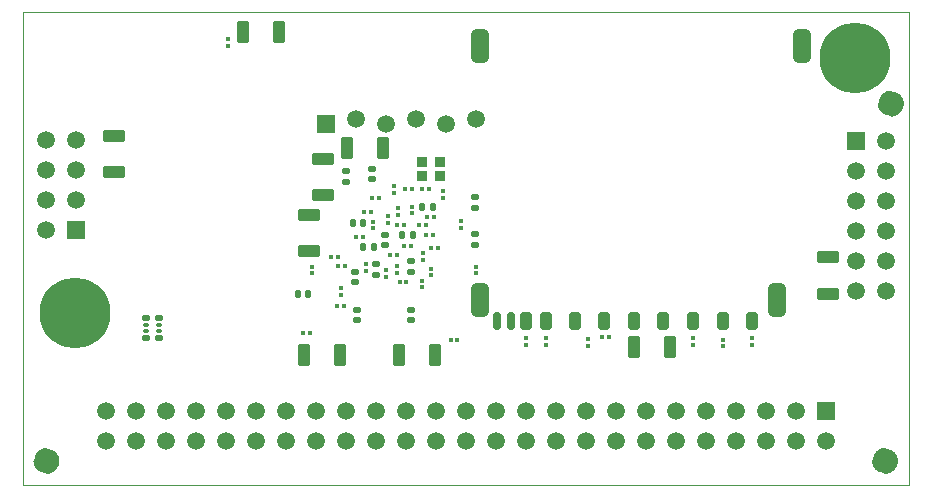
<source format=gbs>
%FSLAX44Y44*%
%MOMM*%
G71*
G01*
G75*
G04 Layer_Color=16711935*
%ADD10C,0.1500*%
%ADD11C,1.0000*%
%ADD12O,1.0500X2.2000*%
G04:AMPARAMS|DCode=13|XSize=0.6mm|YSize=0.5mm|CornerRadius=0.05mm|HoleSize=0mm|Usage=FLASHONLY|Rotation=0.000|XOffset=0mm|YOffset=0mm|HoleType=Round|Shape=RoundedRectangle|*
%AMROUNDEDRECTD13*
21,1,0.6000,0.4000,0,0,0.0*
21,1,0.5000,0.5000,0,0,0.0*
1,1,0.1000,0.2500,-0.2000*
1,1,0.1000,-0.2500,-0.2000*
1,1,0.1000,-0.2500,0.2000*
1,1,0.1000,0.2500,0.2000*
%
%ADD13ROUNDEDRECTD13*%
G04:AMPARAMS|DCode=14|XSize=0.45mm|YSize=0.65mm|CornerRadius=0.1125mm|HoleSize=0mm|Usage=FLASHONLY|Rotation=180.000|XOffset=0mm|YOffset=0mm|HoleType=Round|Shape=RoundedRectangle|*
%AMROUNDEDRECTD14*
21,1,0.4500,0.4250,0,0,180.0*
21,1,0.2250,0.6500,0,0,180.0*
1,1,0.2250,-0.1125,0.2125*
1,1,0.2250,0.1125,0.2125*
1,1,0.2250,0.1125,-0.2125*
1,1,0.2250,-0.1125,-0.2125*
%
%ADD14ROUNDEDRECTD14*%
%ADD15O,0.3000X0.6500*%
G04:AMPARAMS|DCode=16|XSize=0.4mm|YSize=0.37mm|CornerRadius=0.037mm|HoleSize=0mm|Usage=FLASHONLY|Rotation=90.000|XOffset=0mm|YOffset=0mm|HoleType=Round|Shape=RoundedRectangle|*
%AMROUNDEDRECTD16*
21,1,0.4000,0.2960,0,0,90.0*
21,1,0.3260,0.3700,0,0,90.0*
1,1,0.0740,0.1480,0.1630*
1,1,0.0740,0.1480,-0.1630*
1,1,0.0740,-0.1480,-0.1630*
1,1,0.0740,-0.1480,0.1630*
%
%ADD16ROUNDEDRECTD16*%
G04:AMPARAMS|DCode=17|XSize=0.6mm|YSize=0.5mm|CornerRadius=0.05mm|HoleSize=0mm|Usage=FLASHONLY|Rotation=270.000|XOffset=0mm|YOffset=0mm|HoleType=Round|Shape=RoundedRectangle|*
%AMROUNDEDRECTD17*
21,1,0.6000,0.4000,0,0,270.0*
21,1,0.5000,0.5000,0,0,270.0*
1,1,0.1000,-0.2000,-0.2500*
1,1,0.1000,-0.2000,0.2500*
1,1,0.1000,0.2000,0.2500*
1,1,0.1000,0.2000,-0.2500*
%
%ADD17ROUNDEDRECTD17*%
G04:AMPARAMS|DCode=18|XSize=0.4mm|YSize=0.37mm|CornerRadius=0.037mm|HoleSize=0mm|Usage=FLASHONLY|Rotation=180.000|XOffset=0mm|YOffset=0mm|HoleType=Round|Shape=RoundedRectangle|*
%AMROUNDEDRECTD18*
21,1,0.4000,0.2960,0,0,180.0*
21,1,0.3260,0.3700,0,0,180.0*
1,1,0.0740,-0.1630,0.1480*
1,1,0.0740,0.1630,0.1480*
1,1,0.0740,0.1630,-0.1480*
1,1,0.0740,-0.1630,-0.1480*
%
%ADD18ROUNDEDRECTD18*%
G04:AMPARAMS|DCode=19|XSize=0.5mm|YSize=0.62mm|CornerRadius=0.1mm|HoleSize=0mm|Usage=FLASHONLY|Rotation=90.000|XOffset=0mm|YOffset=0mm|HoleType=Round|Shape=RoundedRectangle|*
%AMROUNDEDRECTD19*
21,1,0.5000,0.4200,0,0,90.0*
21,1,0.3000,0.6200,0,0,90.0*
1,1,0.2000,0.2100,0.1500*
1,1,0.2000,0.2100,-0.1500*
1,1,0.2000,-0.2100,-0.1500*
1,1,0.2000,-0.2100,0.1500*
%
%ADD19ROUNDEDRECTD19*%
G04:AMPARAMS|DCode=20|XSize=0.5mm|YSize=0.62mm|CornerRadius=0.1mm|HoleSize=0mm|Usage=FLASHONLY|Rotation=180.000|XOffset=0mm|YOffset=0mm|HoleType=Round|Shape=RoundedRectangle|*
%AMROUNDEDRECTD20*
21,1,0.5000,0.4200,0,0,180.0*
21,1,0.3000,0.6200,0,0,180.0*
1,1,0.2000,-0.1500,0.2100*
1,1,0.2000,0.1500,0.2100*
1,1,0.2000,0.1500,-0.2100*
1,1,0.2000,-0.1500,-0.2100*
%
%ADD20ROUNDEDRECTD20*%
G04:AMPARAMS|DCode=21|XSize=1mm|YSize=0.7mm|CornerRadius=0.1155mm|HoleSize=0mm|Usage=FLASHONLY|Rotation=90.000|XOffset=0mm|YOffset=0mm|HoleType=Round|Shape=RoundedRectangle|*
%AMROUNDEDRECTD21*
21,1,1.0000,0.4690,0,0,90.0*
21,1,0.7690,0.7000,0,0,90.0*
1,1,0.2310,0.2345,0.3845*
1,1,0.2310,0.2345,-0.3845*
1,1,0.2310,-0.2345,-0.3845*
1,1,0.2310,-0.2345,0.3845*
%
%ADD21ROUNDEDRECTD21*%
G04:AMPARAMS|DCode=22|XSize=1mm|YSize=0.7mm|CornerRadius=0.1155mm|HoleSize=0mm|Usage=FLASHONLY|Rotation=0.000|XOffset=0mm|YOffset=0mm|HoleType=Round|Shape=RoundedRectangle|*
%AMROUNDEDRECTD22*
21,1,1.0000,0.4690,0,0,0.0*
21,1,0.7690,0.7000,0,0,0.0*
1,1,0.2310,0.3845,-0.2345*
1,1,0.2310,-0.3845,-0.2345*
1,1,0.2310,-0.3845,0.2345*
1,1,0.2310,0.3845,0.2345*
%
%ADD22ROUNDEDRECTD22*%
G04:AMPARAMS|DCode=23|XSize=1.1mm|YSize=1.1mm|CornerRadius=0.1815mm|HoleSize=0mm|Usage=FLASHONLY|Rotation=90.000|XOffset=0mm|YOffset=0mm|HoleType=Round|Shape=RoundedRectangle|*
%AMROUNDEDRECTD23*
21,1,1.1000,0.7370,0,0,90.0*
21,1,0.7370,1.1000,0,0,90.0*
1,1,0.3630,0.3685,0.3685*
1,1,0.3630,0.3685,-0.3685*
1,1,0.3630,-0.3685,-0.3685*
1,1,0.3630,-0.3685,0.3685*
%
%ADD23ROUNDEDRECTD23*%
%ADD24O,1.0500X0.6000*%
G04:AMPARAMS|DCode=25|XSize=0.8mm|YSize=1.5mm|CornerRadius=0.2mm|HoleSize=0mm|Usage=FLASHONLY|Rotation=0.000|XOffset=0mm|YOffset=0mm|HoleType=Round|Shape=RoundedRectangle|*
%AMROUNDEDRECTD25*
21,1,0.8000,1.1000,0,0,0.0*
21,1,0.4000,1.5000,0,0,0.0*
1,1,0.4000,0.2000,-0.5500*
1,1,0.4000,-0.2000,-0.5500*
1,1,0.4000,-0.2000,0.5500*
1,1,0.4000,0.2000,0.5500*
%
%ADD25ROUNDEDRECTD25*%
G04:AMPARAMS|DCode=26|XSize=1.45mm|YSize=0.9mm|CornerRadius=0.225mm|HoleSize=0mm|Usage=FLASHONLY|Rotation=0.000|XOffset=0mm|YOffset=0mm|HoleType=Round|Shape=RoundedRectangle|*
%AMROUNDEDRECTD26*
21,1,1.4500,0.4500,0,0,0.0*
21,1,1.0000,0.9000,0,0,0.0*
1,1,0.4500,0.5000,-0.2250*
1,1,0.4500,-0.5000,-0.2250*
1,1,0.4500,-0.5000,0.2250*
1,1,0.4500,0.5000,0.2250*
%
%ADD26ROUNDEDRECTD26*%
G04:AMPARAMS|DCode=27|XSize=1.45mm|YSize=2mm|CornerRadius=0.3625mm|HoleSize=0mm|Usage=FLASHONLY|Rotation=0.000|XOffset=0mm|YOffset=0mm|HoleType=Round|Shape=RoundedRectangle|*
%AMROUNDEDRECTD27*
21,1,1.4500,1.2750,0,0,0.0*
21,1,0.7250,2.0000,0,0,0.0*
1,1,0.7250,0.3625,-0.6375*
1,1,0.7250,-0.3625,-0.6375*
1,1,0.7250,-0.3625,0.6375*
1,1,0.7250,0.3625,0.6375*
%
%ADD27ROUNDEDRECTD27*%
%ADD28O,0.7600X1.6000*%
%ADD29C,0.3500*%
%ADD30C,0.4000*%
G04:AMPARAMS|DCode=31|XSize=0.3mm|YSize=0.6mm|CornerRadius=0.0495mm|HoleSize=0mm|Usage=FLASHONLY|Rotation=0.000|XOffset=0mm|YOffset=0mm|HoleType=Round|Shape=RoundedRectangle|*
%AMROUNDEDRECTD31*
21,1,0.3000,0.5010,0,0,0.0*
21,1,0.2010,0.6000,0,0,0.0*
1,1,0.0990,0.1005,-0.2505*
1,1,0.0990,-0.1005,-0.2505*
1,1,0.0990,-0.1005,0.2505*
1,1,0.0990,0.1005,0.2505*
%
%ADD31ROUNDEDRECTD31*%
G04:AMPARAMS|DCode=32|XSize=0.3mm|YSize=0.6mm|CornerRadius=0.0495mm|HoleSize=0mm|Usage=FLASHONLY|Rotation=270.000|XOffset=0mm|YOffset=0mm|HoleType=Round|Shape=RoundedRectangle|*
%AMROUNDEDRECTD32*
21,1,0.3000,0.5010,0,0,270.0*
21,1,0.2010,0.6000,0,0,270.0*
1,1,0.0990,-0.2505,-0.1005*
1,1,0.0990,-0.2505,0.1005*
1,1,0.0990,0.2505,0.1005*
1,1,0.0990,0.2505,-0.1005*
%
%ADD32ROUNDEDRECTD32*%
%ADD33R,2.2500X0.9000*%
%ADD34R,0.7400X0.5400*%
%ADD35R,0.9000X1.0000*%
%ADD36R,0.6500X1.2000*%
G04:AMPARAMS|DCode=37|XSize=1.82mm|YSize=1.07mm|CornerRadius=0.107mm|HoleSize=0mm|Usage=FLASHONLY|Rotation=180.000|XOffset=0mm|YOffset=0mm|HoleType=Round|Shape=RoundedRectangle|*
%AMROUNDEDRECTD37*
21,1,1.8200,0.8560,0,0,180.0*
21,1,1.6060,1.0700,0,0,180.0*
1,1,0.2140,-0.8030,0.4280*
1,1,0.2140,0.8030,0.4280*
1,1,0.2140,0.8030,-0.4280*
1,1,0.2140,-0.8030,-0.4280*
%
%ADD37ROUNDEDRECTD37*%
%ADD38R,1.0000X2.0000*%
%ADD39R,2.8000X0.8000*%
%ADD40C,2.0000*%
%ADD41C,0.2000*%
%ADD42C,0.3000*%
%ADD43C,0.1000*%
%ADD44C,0.3810*%
%ADD45C,0.5000*%
%ADD46C,0.4000*%
%ADD47R,1.5000X1.5000*%
%ADD48C,1.5000*%
%ADD49R,1.5000X1.5000*%
%ADD50C,0.8000*%
%ADD51C,6.0000*%
%ADD52C,0.5000*%
G04:AMPARAMS|DCode=53|XSize=1.82mm|YSize=1.07mm|CornerRadius=0.107mm|HoleSize=0mm|Usage=FLASHONLY|Rotation=270.000|XOffset=0mm|YOffset=0mm|HoleType=Round|Shape=RoundedRectangle|*
%AMROUNDEDRECTD53*
21,1,1.8200,0.8560,0,0,270.0*
21,1,1.6060,1.0700,0,0,270.0*
1,1,0.2140,-0.4280,-0.8030*
1,1,0.2140,-0.4280,0.8030*
1,1,0.2140,0.4280,0.8030*
1,1,0.2140,0.4280,-0.8030*
%
%ADD53ROUNDEDRECTD53*%
G04:AMPARAMS|DCode=54|XSize=1.5mm|YSize=2.8mm|CornerRadius=0.375mm|HoleSize=0mm|Usage=FLASHONLY|Rotation=0.000|XOffset=0mm|YOffset=0mm|HoleType=Round|Shape=RoundedRectangle|*
%AMROUNDEDRECTD54*
21,1,1.5000,2.0500,0,0,0.0*
21,1,0.7500,2.8000,0,0,0.0*
1,1,0.7500,0.3750,-1.0250*
1,1,0.7500,-0.3750,-1.0250*
1,1,0.7500,-0.3750,1.0250*
1,1,0.7500,0.3750,1.0250*
%
%ADD54ROUNDEDRECTD54*%
G04:AMPARAMS|DCode=55|XSize=1mm|YSize=1.5mm|CornerRadius=0.25mm|HoleSize=0mm|Usage=FLASHONLY|Rotation=0.000|XOffset=0mm|YOffset=0mm|HoleType=Round|Shape=RoundedRectangle|*
%AMROUNDEDRECTD55*
21,1,1.0000,1.0000,0,0,0.0*
21,1,0.5000,1.5000,0,0,0.0*
1,1,0.5000,0.2500,-0.5000*
1,1,0.5000,-0.2500,-0.5000*
1,1,0.5000,-0.2500,0.5000*
1,1,0.5000,0.2500,0.5000*
%
%ADD55ROUNDEDRECTD55*%
G04:AMPARAMS|DCode=56|XSize=0.7mm|YSize=1.5mm|CornerRadius=0.175mm|HoleSize=0mm|Usage=FLASHONLY|Rotation=0.000|XOffset=0mm|YOffset=0mm|HoleType=Round|Shape=RoundedRectangle|*
%AMROUNDEDRECTD56*
21,1,0.7000,1.1500,0,0,0.0*
21,1,0.3500,1.5000,0,0,0.0*
1,1,0.3500,0.1750,-0.5750*
1,1,0.3500,-0.1750,-0.5750*
1,1,0.3500,-0.1750,0.5750*
1,1,0.3500,0.1750,0.5750*
%
%ADD56ROUNDEDRECTD56*%
G04:AMPARAMS|DCode=57|XSize=0.9mm|YSize=0.8mm|CornerRadius=0.08mm|HoleSize=0mm|Usage=FLASHONLY|Rotation=0.000|XOffset=0mm|YOffset=0mm|HoleType=Round|Shape=RoundedRectangle|*
%AMROUNDEDRECTD57*
21,1,0.9000,0.6400,0,0,0.0*
21,1,0.7400,0.8000,0,0,0.0*
1,1,0.1600,0.3700,-0.3200*
1,1,0.1600,-0.3700,-0.3200*
1,1,0.1600,-0.3700,0.3200*
1,1,0.1600,0.3700,0.3200*
%
%ADD57ROUNDEDRECTD57*%
G04:AMPARAMS|DCode=58|XSize=0.45mm|YSize=0.65mm|CornerRadius=0.1125mm|HoleSize=0mm|Usage=FLASHONLY|Rotation=270.000|XOffset=0mm|YOffset=0mm|HoleType=Round|Shape=RoundedRectangle|*
%AMROUNDEDRECTD58*
21,1,0.4500,0.4250,0,0,270.0*
21,1,0.2250,0.6500,0,0,270.0*
1,1,0.2250,-0.2125,-0.1125*
1,1,0.2250,-0.2125,0.1125*
1,1,0.2250,0.2125,0.1125*
1,1,0.2250,0.2125,-0.1125*
%
%ADD58ROUNDEDRECTD58*%
%ADD59O,0.6500X0.3000*%
%ADD60C,1.0000*%
%ADD61C,0.7500*%
%ADD62C,2.0000*%
D11*
X730000Y20000D02*
D03*
X20000D02*
D03*
X735000Y322500D02*
D03*
D13*
X306724Y202421D02*
D03*
Y211421D02*
D03*
X281657Y180381D02*
D03*
Y171381D02*
D03*
X299081Y186605D02*
D03*
Y177605D02*
D03*
X295665Y267546D02*
D03*
Y258546D02*
D03*
X273315Y256095D02*
D03*
Y265095D02*
D03*
X329024Y180281D02*
D03*
Y189281D02*
D03*
X383159Y212031D02*
D03*
Y203030D02*
D03*
X383076Y243520D02*
D03*
Y234520D02*
D03*
X283067Y138970D02*
D03*
Y147970D02*
D03*
X328912Y148065D02*
D03*
Y139065D02*
D03*
D16*
X323734Y250219D02*
D03*
X329434D02*
D03*
X301337Y243034D02*
D03*
X295637D02*
D03*
X345713Y200558D02*
D03*
X351413D02*
D03*
X335797Y219589D02*
D03*
X341497D02*
D03*
X317066Y219811D02*
D03*
X322766D02*
D03*
X288074Y210023D02*
D03*
X282374D02*
D03*
X266773Y185084D02*
D03*
X272473D02*
D03*
X316502Y194713D02*
D03*
X310802D02*
D03*
X294622Y231114D02*
D03*
X288922D02*
D03*
X346940Y211264D02*
D03*
X341240D02*
D03*
X344066Y250219D02*
D03*
X338366D02*
D03*
X496111Y125000D02*
D03*
X490411D02*
D03*
X266574Y193087D02*
D03*
X260874D02*
D03*
X347837Y226719D02*
D03*
X342137D02*
D03*
X322777Y202402D02*
D03*
X328477D02*
D03*
X243287Y127940D02*
D03*
X237587D02*
D03*
X265937Y151496D02*
D03*
X271637D02*
D03*
X319058Y171745D02*
D03*
X324758D02*
D03*
X362150Y122500D02*
D03*
X367850D02*
D03*
D17*
X288003Y201335D02*
D03*
X297003D02*
D03*
X330392Y210977D02*
D03*
X321392D02*
D03*
X288219Y221169D02*
D03*
X279219D02*
D03*
X337904Y235307D02*
D03*
X346904D02*
D03*
X241649Y160990D02*
D03*
X232649D02*
D03*
D18*
X174000Y376850D02*
D03*
Y371150D02*
D03*
X313887Y246997D02*
D03*
Y252697D02*
D03*
X338831Y189980D02*
D03*
Y195680D02*
D03*
X308956Y227382D02*
D03*
Y221682D02*
D03*
X317026Y179451D02*
D03*
Y185151D02*
D03*
X307675Y175887D02*
D03*
Y181587D02*
D03*
X318042Y228554D02*
D03*
Y234254D02*
D03*
X345829Y182777D02*
D03*
Y177077D02*
D03*
X290521Y181001D02*
D03*
Y186701D02*
D03*
X355832Y248680D02*
D03*
Y242980D02*
D03*
X329296Y235251D02*
D03*
Y229551D02*
D03*
X296908Y216886D02*
D03*
Y222586D02*
D03*
X338335Y166871D02*
D03*
Y172571D02*
D03*
X592471Y117032D02*
D03*
Y122732D02*
D03*
X567753Y118290D02*
D03*
Y123990D02*
D03*
X443329Y118290D02*
D03*
Y123990D02*
D03*
X426353Y118290D02*
D03*
Y123990D02*
D03*
X617494Y118290D02*
D03*
Y123990D02*
D03*
X478921Y117309D02*
D03*
Y123009D02*
D03*
X383931Y178873D02*
D03*
Y184573D02*
D03*
X370691Y217563D02*
D03*
Y223263D02*
D03*
X269725Y160736D02*
D03*
Y166436D02*
D03*
X244919Y184468D02*
D03*
Y178768D02*
D03*
D37*
X77500Y264750D02*
D03*
Y295250D02*
D03*
X682000Y192250D02*
D03*
Y161750D02*
D03*
X254100Y275425D02*
D03*
Y244925D02*
D03*
X242272Y197462D02*
D03*
Y227962D02*
D03*
D43*
X0Y0D02*
Y399996D01*
Y0D02*
X750004D01*
Y399996D01*
X0D02*
X750004D01*
D47*
X256500Y305500D02*
D03*
X679803Y62700D02*
D03*
D48*
X281900Y309500D02*
D03*
X307300Y305500D02*
D03*
X332700Y309500D02*
D03*
X358100Y305500D02*
D03*
X383500Y309500D02*
D03*
X19500Y215200D02*
D03*
X44900Y240600D02*
D03*
X19500D02*
D03*
X44900Y266000D02*
D03*
X19500D02*
D03*
X44900Y291400D02*
D03*
X19500D02*
D03*
X679803Y37300D02*
D03*
X654403Y62700D02*
D03*
Y37300D02*
D03*
X629003Y62700D02*
D03*
Y37300D02*
D03*
X603603Y62700D02*
D03*
Y37300D02*
D03*
X578203Y62700D02*
D03*
Y37300D02*
D03*
X552803Y62700D02*
D03*
Y37300D02*
D03*
X527403Y62700D02*
D03*
Y37300D02*
D03*
X502003Y62700D02*
D03*
Y37300D02*
D03*
X476603Y62700D02*
D03*
Y37300D02*
D03*
X451203Y62700D02*
D03*
Y37300D02*
D03*
X425803Y62700D02*
D03*
Y37300D02*
D03*
X400403Y62700D02*
D03*
Y37300D02*
D03*
X375003Y62700D02*
D03*
Y37300D02*
D03*
X349603Y62700D02*
D03*
Y37300D02*
D03*
X298803Y62700D02*
D03*
Y37300D02*
D03*
X273403Y62700D02*
D03*
Y37300D02*
D03*
X248003Y62700D02*
D03*
Y37300D02*
D03*
X222603Y62700D02*
D03*
Y37300D02*
D03*
X197203Y62700D02*
D03*
Y37300D02*
D03*
X171803Y62700D02*
D03*
Y37300D02*
D03*
X146403Y62700D02*
D03*
Y37300D02*
D03*
X121003Y62700D02*
D03*
Y37300D02*
D03*
X95603Y62700D02*
D03*
Y37300D02*
D03*
X70203Y62700D02*
D03*
Y37300D02*
D03*
X324203D02*
D03*
Y62700D02*
D03*
X730500Y164000D02*
D03*
Y189400D02*
D03*
Y214800D02*
D03*
Y240200D02*
D03*
Y265600D02*
D03*
Y291000D02*
D03*
X705100Y164000D02*
D03*
Y189400D02*
D03*
Y214800D02*
D03*
Y240200D02*
D03*
Y265600D02*
D03*
D49*
X44900Y215200D02*
D03*
X705100Y291000D02*
D03*
D51*
X705003Y361400D02*
D03*
X44503Y145200D02*
D03*
D53*
X217250Y383000D02*
D03*
X186750D02*
D03*
X547672Y116824D02*
D03*
X517172D02*
D03*
X274750Y285000D02*
D03*
X305250D02*
D03*
X268888Y109618D02*
D03*
X238388D02*
D03*
X348659Y109300D02*
D03*
X318159D02*
D03*
D54*
X387159Y371678D02*
D03*
X660159D02*
D03*
X387159Y156678D02*
D03*
X638159D02*
D03*
D55*
X617459Y138678D02*
D03*
X592459D02*
D03*
X567459D02*
D03*
X542459D02*
D03*
X517459D02*
D03*
X492459D02*
D03*
X467459D02*
D03*
X443209D02*
D03*
X426209D02*
D03*
D56*
X413209D02*
D03*
X401209D02*
D03*
D57*
X338313Y273199D02*
D03*
X353313D02*
D03*
Y261199D02*
D03*
X338313D02*
D03*
D58*
X104500Y124250D02*
D03*
Y140750D02*
D03*
X115500Y124250D02*
D03*
Y140750D02*
D03*
D59*
X104500Y130000D02*
D03*
Y135000D02*
D03*
X115500Y130000D02*
D03*
Y135000D02*
D03*
D62*
X731000Y20000D02*
G03*
X731000Y20000I-1000J0D01*
G01*
X21000D02*
G03*
X21000Y20000I-1000J0D01*
G01*
X736000Y322500D02*
G03*
X736000Y322500I-1000J0D01*
G01*
M02*

</source>
